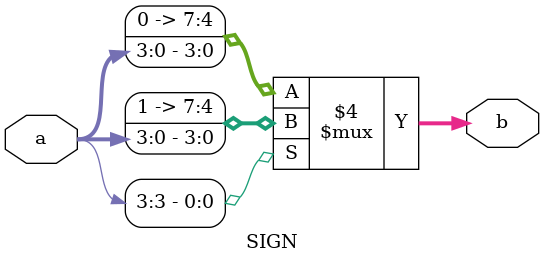
<source format=v>
module SIGN(a,b);
    input [3:0]a;
    output reg [7:0]b;
    always @(a or b)begin
        if(a[3]==1)
            b = {4'b1111, a};
        else
            b = {4'b0000, a};
    end
endmodule
</source>
